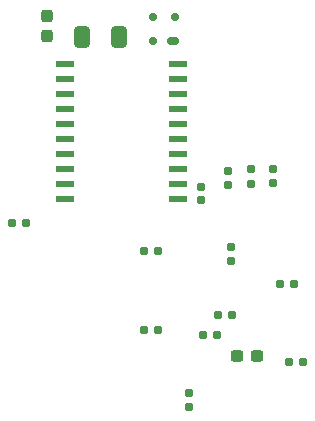
<source format=gbr>
%TF.GenerationSoftware,KiCad,Pcbnew,8.0.5*%
%TF.CreationDate,2024-10-11T11:26:04-07:00*%
%TF.ProjectId,USB_SPDTK2,5553425f-5350-4445-944b-322e6b696361,rev?*%
%TF.SameCoordinates,Original*%
%TF.FileFunction,Paste,Bot*%
%TF.FilePolarity,Positive*%
%FSLAX46Y46*%
G04 Gerber Fmt 4.6, Leading zero omitted, Abs format (unit mm)*
G04 Created by KiCad (PCBNEW 8.0.5) date 2024-10-11 11:26:04*
%MOMM*%
%LPD*%
G01*
G04 APERTURE LIST*
G04 Aperture macros list*
%AMRoundRect*
0 Rectangle with rounded corners*
0 $1 Rounding radius*
0 $2 $3 $4 $5 $6 $7 $8 $9 X,Y pos of 4 corners*
0 Add a 4 corners polygon primitive as box body*
4,1,4,$2,$3,$4,$5,$6,$7,$8,$9,$2,$3,0*
0 Add four circle primitives for the rounded corners*
1,1,$1+$1,$2,$3*
1,1,$1+$1,$4,$5*
1,1,$1+$1,$6,$7*
1,1,$1+$1,$8,$9*
0 Add four rect primitives between the rounded corners*
20,1,$1+$1,$2,$3,$4,$5,0*
20,1,$1+$1,$4,$5,$6,$7,0*
20,1,$1+$1,$6,$7,$8,$9,0*
20,1,$1+$1,$8,$9,$2,$3,0*%
G04 Aperture macros list end*
%ADD10RoundRect,0.160000X-0.197500X-0.160000X0.197500X-0.160000X0.197500X0.160000X-0.197500X0.160000X0*%
%ADD11RoundRect,0.155000X0.212500X0.155000X-0.212500X0.155000X-0.212500X-0.155000X0.212500X-0.155000X0*%
%ADD12RoundRect,0.155000X-0.212500X-0.155000X0.212500X-0.155000X0.212500X0.155000X-0.212500X0.155000X0*%
%ADD13RoundRect,0.237500X-0.237500X0.300000X-0.237500X-0.300000X0.237500X-0.300000X0.237500X0.300000X0*%
%ADD14RoundRect,0.175000X0.325000X-0.175000X0.325000X0.175000X-0.325000X0.175000X-0.325000X-0.175000X0*%
%ADD15RoundRect,0.150000X0.150000X-0.200000X0.150000X0.200000X-0.150000X0.200000X-0.150000X-0.200000X0*%
%ADD16RoundRect,0.160000X0.160000X-0.197500X0.160000X0.197500X-0.160000X0.197500X-0.160000X-0.197500X0*%
%ADD17RoundRect,0.237500X0.300000X0.237500X-0.300000X0.237500X-0.300000X-0.237500X0.300000X-0.237500X0*%
%ADD18RoundRect,0.155000X-0.155000X0.212500X-0.155000X-0.212500X0.155000X-0.212500X0.155000X0.212500X0*%
%ADD19RoundRect,0.250000X-0.412500X-0.650000X0.412500X-0.650000X0.412500X0.650000X-0.412500X0.650000X0*%
%ADD20RoundRect,0.160000X0.197500X0.160000X-0.197500X0.160000X-0.197500X-0.160000X0.197500X-0.160000X0*%
%ADD21R,1.500000X0.600000*%
G04 APERTURE END LIST*
D10*
%TO.C,R9*%
X135402500Y-99700000D03*
X136597500Y-99700000D03*
%TD*%
D11*
%TO.C,C11*%
X130535000Y-95700000D03*
X129400000Y-95700000D03*
%TD*%
D12*
%TO.C,C10*%
X123132500Y-97000000D03*
X124267500Y-97000000D03*
%TD*%
D11*
%TO.C,C9*%
X124267500Y-90300000D03*
X123132500Y-90300000D03*
%TD*%
D13*
%TO.C,C14*%
X114900000Y-70400000D03*
X114900000Y-72125000D03*
%TD*%
D14*
%TO.C,D2*%
X125550000Y-72500000D03*
D15*
X123850000Y-72500000D03*
X123850000Y-70500000D03*
X125750000Y-70500000D03*
%TD*%
D11*
%TO.C,C13*%
X129267500Y-97400000D03*
X128132500Y-97400000D03*
%TD*%
D16*
%TO.C,R18*%
X130500000Y-91197500D03*
X130500000Y-90002500D03*
%TD*%
D17*
%TO.C,FB1*%
X132662500Y-99200000D03*
X130937500Y-99200000D03*
%TD*%
D18*
%TO.C,C16*%
X127900000Y-84900000D03*
X127900000Y-86035000D03*
%TD*%
D19*
%TO.C,C21*%
X117837500Y-72200000D03*
X120962500Y-72200000D03*
%TD*%
D16*
%TO.C,R15*%
X130200000Y-84697500D03*
X130200000Y-83502500D03*
%TD*%
D20*
%TO.C,R12*%
X113095000Y-87900000D03*
X111900000Y-87900000D03*
%TD*%
D16*
%TO.C,R14*%
X132200000Y-84597500D03*
X132200000Y-83402500D03*
%TD*%
D21*
%TO.C,U3*%
X116450000Y-85915000D03*
X116450000Y-84645000D03*
X116450000Y-83375000D03*
X116450000Y-82105000D03*
X116450000Y-80835000D03*
X116450000Y-79565000D03*
X116450000Y-78295000D03*
X116450000Y-77025000D03*
X116450000Y-75755000D03*
X116450000Y-74485000D03*
X125950000Y-74485000D03*
X125950000Y-75755000D03*
X125950000Y-77025000D03*
X125950000Y-78295000D03*
X125950000Y-79565000D03*
X125950000Y-80835000D03*
X125950000Y-82105000D03*
X125950000Y-83375000D03*
X125950000Y-84645000D03*
X125950000Y-85915000D03*
%TD*%
D16*
%TO.C,R11*%
X126900000Y-103497500D03*
X126900000Y-102302500D03*
%TD*%
D10*
%TO.C,R17*%
X134602500Y-93100000D03*
X135797500Y-93100000D03*
%TD*%
D16*
%TO.C,R13*%
X134000000Y-84572500D03*
X134000000Y-83377500D03*
%TD*%
M02*

</source>
